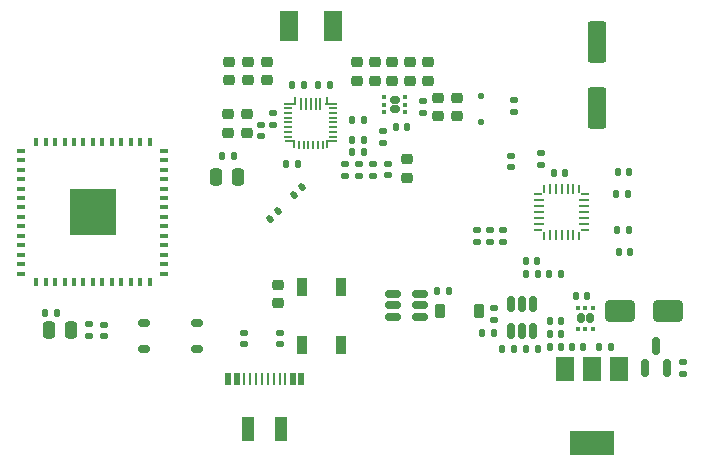
<source format=gbr>
%TF.GenerationSoftware,KiCad,Pcbnew,7.0.6*%
%TF.CreationDate,2024-03-18T22:21:06-04:00*%
%TF.ProjectId,Receiver,52656365-6976-4657-922e-6b696361645f,rev?*%
%TF.SameCoordinates,Original*%
%TF.FileFunction,Paste,Top*%
%TF.FilePolarity,Positive*%
%FSLAX46Y46*%
G04 Gerber Fmt 4.6, Leading zero omitted, Abs format (unit mm)*
G04 Created by KiCad (PCBNEW 7.0.6) date 2024-03-18 22:21:06*
%MOMM*%
%LPD*%
G01*
G04 APERTURE LIST*
G04 Aperture macros list*
%AMRoundRect*
0 Rectangle with rounded corners*
0 $1 Rounding radius*
0 $2 $3 $4 $5 $6 $7 $8 $9 X,Y pos of 4 corners*
0 Add a 4 corners polygon primitive as box body*
4,1,4,$2,$3,$4,$5,$6,$7,$8,$9,$2,$3,0*
0 Add four circle primitives for the rounded corners*
1,1,$1+$1,$2,$3*
1,1,$1+$1,$4,$5*
1,1,$1+$1,$6,$7*
1,1,$1+$1,$8,$9*
0 Add four rect primitives between the rounded corners*
20,1,$1+$1,$2,$3,$4,$5,0*
20,1,$1+$1,$4,$5,$6,$7,0*
20,1,$1+$1,$6,$7,$8,$9,0*
20,1,$1+$1,$8,$9,$2,$3,0*%
%AMFreePoly0*
4,1,14,0.230680,0.111820,0.364320,-0.021821,0.377500,-0.053642,0.377500,-0.080000,0.364320,-0.111820,0.332500,-0.125000,-0.332500,-0.125000,-0.364320,-0.111820,-0.377500,-0.080000,-0.377500,0.080000,-0.364320,0.111820,-0.332500,0.125000,0.198860,0.125000,0.230680,0.111820,0.230680,0.111820,$1*%
%AMFreePoly1*
4,1,14,0.364320,0.111820,0.377500,0.080000,0.377501,0.053640,0.364318,0.021819,0.230680,-0.111820,0.198860,-0.125000,-0.332500,-0.125000,-0.364320,-0.111820,-0.377500,-0.080000,-0.377500,0.080000,-0.364320,0.111820,-0.332500,0.125000,0.332500,0.125000,0.364320,0.111820,0.364320,0.111820,$1*%
%AMFreePoly2*
4,1,15,0.053642,0.377500,0.080000,0.377500,0.111820,0.364320,0.125000,0.332500,0.125000,-0.332500,0.111820,-0.364320,0.080000,-0.377500,-0.080000,-0.377500,-0.111820,-0.364320,-0.125000,-0.332500,-0.125000,0.198860,-0.111820,0.230680,0.021820,0.364320,0.053640,0.377501,0.053642,0.377500,0.053642,0.377500,$1*%
%AMFreePoly3*
4,1,14,-0.021820,0.364320,0.111820,0.230679,0.125001,0.198860,0.125000,-0.332500,0.111820,-0.364320,0.080000,-0.377500,-0.080000,-0.377500,-0.111820,-0.364320,-0.125000,-0.332500,-0.125000,0.332500,-0.111820,0.364320,-0.080000,0.377500,-0.053640,0.377500,-0.021820,0.364320,-0.021820,0.364320,$1*%
%AMFreePoly4*
4,1,14,0.364320,0.111820,0.377500,0.080000,0.377500,-0.080000,0.364320,-0.111820,0.332500,-0.125000,-0.198860,-0.125001,-0.230680,-0.111818,-0.364320,0.021820,-0.377500,0.053640,-0.377500,0.080000,-0.364320,0.111820,-0.332500,0.125000,0.332500,0.125000,0.364320,0.111820,0.364320,0.111820,$1*%
%AMFreePoly5*
4,1,15,-0.198858,0.125000,0.332500,0.125000,0.364320,0.111820,0.377500,0.080000,0.377500,-0.080000,0.364320,-0.111820,0.332500,-0.125000,-0.332500,-0.125000,-0.364320,-0.111820,-0.377500,-0.080000,-0.377500,-0.053640,-0.364320,-0.021820,-0.230680,0.111820,-0.198860,0.125001,-0.198858,0.125000,-0.198858,0.125000,$1*%
%AMFreePoly6*
4,1,14,0.111820,0.364320,0.125000,0.332500,0.125001,-0.198860,0.111818,-0.230680,-0.021820,-0.364320,-0.053640,-0.377500,-0.080000,-0.377500,-0.111820,-0.364320,-0.125000,-0.332500,-0.125000,0.332500,-0.111820,0.364320,-0.080000,0.377500,0.080000,0.377500,0.111820,0.364320,0.111820,0.364320,$1*%
%AMFreePoly7*
4,1,14,0.111820,0.364320,0.125000,0.332500,0.125000,-0.332500,0.111820,-0.364320,0.080000,-0.377500,0.053640,-0.377501,0.021819,-0.364318,-0.111820,-0.230680,-0.125000,-0.198860,-0.125000,0.332500,-0.111820,0.364320,-0.080000,0.377500,0.080000,0.377500,0.111820,0.364320,0.111820,0.364320,$1*%
G04 Aperture macros list end*
%ADD10RoundRect,0.050000X-0.425000X-0.050000X0.425000X-0.050000X0.425000X0.050000X-0.425000X0.050000X0*%
%ADD11RoundRect,0.050000X-0.050000X-0.300000X0.050000X-0.300000X0.050000X0.300000X-0.050000X0.300000X0*%
%ADD12RoundRect,0.050000X-0.250000X-0.050000X0.250000X-0.050000X0.250000X0.050000X-0.250000X0.050000X0*%
%ADD13RoundRect,0.050000X-0.400000X-0.050000X0.400000X-0.050000X0.400000X0.050000X-0.400000X0.050000X0*%
%ADD14RoundRect,0.050000X-0.050000X-0.250000X0.050000X-0.250000X0.050000X0.250000X-0.050000X0.250000X0*%
%ADD15RoundRect,0.050000X0.050000X-0.300000X0.050000X0.300000X-0.050000X0.300000X-0.050000X-0.300000X0*%
%ADD16RoundRect,0.050000X-0.300000X-0.050000X0.300000X-0.050000X0.300000X0.050000X-0.300000X0.050000X0*%
%ADD17RoundRect,0.050000X-0.275000X-0.050000X0.275000X-0.050000X0.275000X0.050000X-0.275000X0.050000X0*%
%ADD18RoundRect,0.050000X-0.290000X-0.050000X0.290000X-0.050000X0.290000X0.050000X-0.290000X0.050000X0*%
%ADD19RoundRect,0.050000X-0.050000X-0.450000X0.050000X-0.450000X0.050000X0.450000X-0.050000X0.450000X0*%
%ADD20RoundRect,0.135000X0.135000X0.185000X-0.135000X0.185000X-0.135000X-0.185000X0.135000X-0.185000X0*%
%ADD21R,0.900000X1.500000*%
%ADD22RoundRect,0.225000X0.250000X-0.225000X0.250000X0.225000X-0.250000X0.225000X-0.250000X-0.225000X0*%
%ADD23RoundRect,0.225000X-0.225000X-0.375000X0.225000X-0.375000X0.225000X0.375000X-0.225000X0.375000X0*%
%ADD24RoundRect,0.250000X-1.000000X-0.650000X1.000000X-0.650000X1.000000X0.650000X-1.000000X0.650000X0*%
%ADD25RoundRect,0.135000X-0.135000X-0.185000X0.135000X-0.185000X0.135000X0.185000X-0.135000X0.185000X0*%
%ADD26RoundRect,0.140000X0.170000X-0.140000X0.170000X0.140000X-0.170000X0.140000X-0.170000X-0.140000X0*%
%ADD27RoundRect,0.140000X0.140000X0.170000X-0.140000X0.170000X-0.140000X-0.170000X0.140000X-0.170000X0*%
%ADD28RoundRect,0.250000X-0.550000X1.500000X-0.550000X-1.500000X0.550000X-1.500000X0.550000X1.500000X0*%
%ADD29RoundRect,0.135000X-0.185000X0.135000X-0.185000X-0.135000X0.185000X-0.135000X0.185000X0.135000X0*%
%ADD30R,1.500000X2.500000*%
%ADD31RoundRect,0.160000X0.160000X-0.245000X0.160000X0.245000X-0.160000X0.245000X-0.160000X-0.245000X0*%
%ADD32RoundRect,0.093750X0.106250X-0.093750X0.106250X0.093750X-0.106250X0.093750X-0.106250X-0.093750X0*%
%ADD33RoundRect,0.140000X-0.140000X-0.170000X0.140000X-0.170000X0.140000X0.170000X-0.140000X0.170000X0*%
%ADD34RoundRect,0.150000X0.150000X-0.512500X0.150000X0.512500X-0.150000X0.512500X-0.150000X-0.512500X0*%
%ADD35RoundRect,0.160000X-0.245000X-0.160000X0.245000X-0.160000X0.245000X0.160000X-0.245000X0.160000X0*%
%ADD36RoundRect,0.093750X-0.093750X-0.106250X0.093750X-0.106250X0.093750X0.106250X-0.093750X0.106250X0*%
%ADD37RoundRect,0.225000X-0.250000X0.225000X-0.250000X-0.225000X0.250000X-0.225000X0.250000X0.225000X0*%
%ADD38RoundRect,0.140000X-0.170000X0.140000X-0.170000X-0.140000X0.170000X-0.140000X0.170000X0.140000X0*%
%ADD39R,0.400000X0.800000*%
%ADD40R,0.800000X0.400000*%
%ADD41R,4.000000X4.000000*%
%ADD42RoundRect,0.218750X0.256250X-0.218750X0.256250X0.218750X-0.256250X0.218750X-0.256250X-0.218750X0*%
%ADD43RoundRect,0.140000X0.021213X-0.219203X0.219203X-0.021213X-0.021213X0.219203X-0.219203X0.021213X0*%
%ADD44RoundRect,0.135000X0.185000X-0.135000X0.185000X0.135000X-0.185000X0.135000X-0.185000X-0.135000X0*%
%ADD45RoundRect,0.140000X-0.021213X0.219203X-0.219203X0.021213X0.021213X-0.219203X0.219203X-0.021213X0*%
%ADD46RoundRect,0.250000X0.250000X0.475000X-0.250000X0.475000X-0.250000X-0.475000X0.250000X-0.475000X0*%
%ADD47RoundRect,0.150000X0.150000X-0.587500X0.150000X0.587500X-0.150000X0.587500X-0.150000X-0.587500X0*%
%ADD48RoundRect,0.125000X-0.125000X0.125000X-0.125000X-0.125000X0.125000X-0.125000X0.125000X0.125000X0*%
%ADD49R,1.500000X2.000000*%
%ADD50R,3.800000X2.000000*%
%ADD51R,1.000000X2.000000*%
%ADD52R,0.520000X1.000000*%
%ADD53R,0.270000X1.000000*%
%ADD54FreePoly0,270.000000*%
%ADD55RoundRect,0.062500X-0.062500X0.375000X-0.062500X-0.375000X0.062500X-0.375000X0.062500X0.375000X0*%
%ADD56FreePoly1,270.000000*%
%ADD57FreePoly2,270.000000*%
%ADD58RoundRect,0.062500X-0.375000X0.062500X-0.375000X-0.062500X0.375000X-0.062500X0.375000X0.062500X0*%
%ADD59FreePoly3,270.000000*%
%ADD60FreePoly4,270.000000*%
%ADD61FreePoly5,270.000000*%
%ADD62FreePoly6,270.000000*%
%ADD63FreePoly7,270.000000*%
%ADD64RoundRect,0.175000X0.325000X0.175000X-0.325000X0.175000X-0.325000X-0.175000X0.325000X-0.175000X0*%
%ADD65RoundRect,0.150000X0.512500X0.150000X-0.512500X0.150000X-0.512500X-0.150000X0.512500X-0.150000X0*%
G04 APERTURE END LIST*
D10*
%TO.C,BQ25792RQMR1*%
X146775000Y-90800000D03*
D11*
X147150000Y-90550000D03*
D12*
X146600000Y-91200000D03*
X146600000Y-91600000D03*
X146600000Y-92000000D03*
X146600000Y-92400000D03*
X146600000Y-92800000D03*
X146600000Y-93200000D03*
X146600000Y-93600000D03*
D13*
X146750000Y-94000000D03*
D11*
X147100000Y-94250000D03*
D14*
X147500000Y-94300000D03*
X147900000Y-94300000D03*
X148300000Y-94300000D03*
X148700000Y-94300000D03*
X149100000Y-94300000D03*
X149500000Y-94300000D03*
D15*
X149900000Y-94250000D03*
D13*
X150250000Y-94000000D03*
D16*
X150350000Y-93600000D03*
D17*
X150375000Y-93200000D03*
D18*
X150362500Y-92800000D03*
D12*
X150400000Y-92400000D03*
X150400000Y-92000000D03*
X150400000Y-91600000D03*
X150400000Y-91200000D03*
D11*
X149850000Y-90550000D03*
D10*
X150225000Y-90800000D03*
D19*
X149300000Y-90800000D03*
X148900000Y-90800000D03*
X148500000Y-90800000D03*
X148100000Y-90800000D03*
X147700000Y-90800000D03*
%TD*%
D20*
%TO.C,R7*%
X165710000Y-111600000D03*
X164690000Y-111600000D03*
%TD*%
D21*
%TO.C,D4*%
X147750000Y-106350000D03*
X151050000Y-106350000D03*
X151050000Y-111250000D03*
X147750000Y-111250000D03*
%TD*%
D22*
%TO.C,C14*%
X156900000Y-88875000D03*
X156900000Y-87325000D03*
%TD*%
D23*
%TO.C,D3*%
X159450000Y-108400000D03*
X162750000Y-108400000D03*
%TD*%
D24*
%TO.C,D5*%
X174700000Y-108400000D03*
X178700000Y-108400000D03*
%TD*%
D22*
%TO.C,C11*%
X144800000Y-88850000D03*
X144800000Y-87300000D03*
%TD*%
D25*
%TO.C,R28*%
X174371617Y-98450000D03*
X175391617Y-98450000D03*
%TD*%
%TO.C,R5*%
X146390000Y-95900000D03*
X147410000Y-95900000D03*
%TD*%
D26*
%TO.C,R2*%
X142800000Y-111180000D03*
X142800000Y-110220000D03*
%TD*%
D27*
%TO.C,R21*%
X171880000Y-107100000D03*
X170920000Y-107100000D03*
%TD*%
%TO.C,C36*%
X170011617Y-96700000D03*
X169051617Y-96700000D03*
%TD*%
D28*
%TO.C,C30*%
X172700000Y-85600000D03*
X172700000Y-91200000D03*
%TD*%
D29*
%TO.C,R20*%
X152600000Y-95890000D03*
X152600000Y-96910000D03*
%TD*%
D30*
%TO.C,L1*%
X150350000Y-84200000D03*
X146650000Y-84200000D03*
%TD*%
D31*
%TO.C,U4*%
X171350000Y-108987500D03*
X172150000Y-108987500D03*
D32*
X171100000Y-109875000D03*
X171750000Y-109875000D03*
X172400000Y-109875000D03*
X172400000Y-108100000D03*
X171750000Y-108100000D03*
X171100000Y-108100000D03*
%TD*%
D20*
%TO.C,R4*%
X142030000Y-95210000D03*
X141010000Y-95210000D03*
%TD*%
D33*
%TO.C,C25*%
X170620000Y-111400000D03*
X171580000Y-111400000D03*
%TD*%
D34*
%TO.C,U1*%
X165450000Y-110037500D03*
X166400000Y-110037500D03*
X167350000Y-110037500D03*
X167350000Y-107762500D03*
X166400000Y-107762500D03*
X165450000Y-107762500D03*
%TD*%
D35*
%TO.C,U5*%
X155600000Y-90500000D03*
X155600000Y-91300000D03*
D36*
X154712500Y-90250000D03*
X154712500Y-90900000D03*
X154712500Y-91550000D03*
X156487500Y-91550000D03*
X156487500Y-90900000D03*
X156487500Y-90250000D03*
%TD*%
D33*
%TO.C,C29*%
X174501617Y-96600000D03*
X175461617Y-96600000D03*
%TD*%
D37*
%TO.C,C16*%
X159300000Y-90325000D03*
X159300000Y-91875000D03*
%TD*%
%TO.C,C18*%
X160900000Y-90325000D03*
X160900000Y-91875000D03*
%TD*%
D29*
%TO.C,R17*%
X153800000Y-95890000D03*
X153800000Y-96910000D03*
%TD*%
%TO.C,R13*%
X164000000Y-108090000D03*
X164000000Y-109110000D03*
%TD*%
D38*
%TO.C,C37*%
X167981617Y-95020000D03*
X167981617Y-95980000D03*
%TD*%
D27*
%TO.C,C23*%
X169680000Y-110300000D03*
X168720000Y-110300000D03*
%TD*%
D38*
%TO.C,R1*%
X155000000Y-95920000D03*
X155000000Y-96880000D03*
%TD*%
D29*
%TO.C,R32*%
X162581617Y-101490000D03*
X162581617Y-102510000D03*
%TD*%
D39*
%TO.C,IC1*%
X125250000Y-105900000D03*
X126050000Y-105900000D03*
X126850000Y-105900000D03*
X127650000Y-105900000D03*
X128450000Y-105900000D03*
X129250000Y-105900000D03*
X130050000Y-105900000D03*
X130850000Y-105900000D03*
X131650000Y-105900000D03*
X132450000Y-105900000D03*
X133250000Y-105900000D03*
X134050000Y-105900000D03*
X134850000Y-105900000D03*
D40*
X136100000Y-105200000D03*
X136100000Y-104400000D03*
X136100000Y-103600000D03*
X136100000Y-102800000D03*
X136100000Y-102000000D03*
X136100000Y-101200000D03*
X136100000Y-100400000D03*
X136100000Y-99600000D03*
X136100000Y-98800000D03*
X136100000Y-98000000D03*
X136100000Y-97200000D03*
X136100000Y-96400000D03*
X136100000Y-95600000D03*
X136100000Y-94800000D03*
D39*
X134850000Y-94100000D03*
X134050000Y-94100000D03*
X133250000Y-94100000D03*
X132450000Y-94100000D03*
X131650000Y-94100000D03*
X130850000Y-94100000D03*
X130050000Y-94100000D03*
X129250000Y-94100000D03*
X128450000Y-94100000D03*
X127650000Y-94100000D03*
X126850000Y-94100000D03*
X126050000Y-94100000D03*
X125250000Y-94100000D03*
D40*
X124000000Y-94800000D03*
X124000000Y-95600000D03*
X124000000Y-96400000D03*
X124000000Y-97200000D03*
X124000000Y-98000000D03*
X124000000Y-98800000D03*
X124000000Y-99600000D03*
X124000000Y-100400000D03*
X124000000Y-101200000D03*
X124000000Y-102000000D03*
X124000000Y-102800000D03*
X124000000Y-103600000D03*
X124000000Y-104400000D03*
X124000000Y-105200000D03*
D41*
X130050000Y-100000000D03*
%TD*%
D42*
%TO.C,D1*%
X156600000Y-97087500D03*
X156600000Y-95512500D03*
%TD*%
D43*
%TO.C,R24*%
X147060589Y-98539411D03*
X147739411Y-97860589D03*
%TD*%
D37*
%TO.C,C6*%
X141500000Y-91725000D03*
X141500000Y-93275000D03*
%TD*%
D44*
%TO.C,R26*%
X129750000Y-110510000D03*
X129750000Y-109490000D03*
%TD*%
D38*
%TO.C,C35*%
X165481617Y-95220000D03*
X165481617Y-96180000D03*
%TD*%
D45*
%TO.C,R25*%
X145739411Y-99860589D03*
X145060589Y-100539411D03*
%TD*%
D27*
%TO.C,C24*%
X169680000Y-109200000D03*
X168720000Y-109200000D03*
%TD*%
D20*
%TO.C,R8*%
X153010000Y-92200000D03*
X151990000Y-92200000D03*
%TD*%
D46*
%TO.C,C31*%
X128200000Y-110000000D03*
X126300000Y-110000000D03*
%TD*%
D44*
%TO.C,R14*%
X158000000Y-91610000D03*
X158000000Y-90590000D03*
%TD*%
D47*
%TO.C,Q1*%
X176750000Y-113175000D03*
X178650000Y-113175000D03*
X177700000Y-111300000D03*
%TD*%
D26*
%TO.C,C10*%
X144300000Y-93580000D03*
X144300000Y-92620000D03*
%TD*%
D29*
%TO.C,R19*%
X154600000Y-93090000D03*
X154600000Y-94110000D03*
%TD*%
D25*
%TO.C,R29*%
X166681617Y-105200000D03*
X167701617Y-105200000D03*
%TD*%
D37*
%TO.C,C3*%
X143100000Y-91725000D03*
X143100000Y-93275000D03*
%TD*%
D27*
%TO.C,C20*%
X156680000Y-92800000D03*
X155720000Y-92800000D03*
%TD*%
D22*
%TO.C,C19*%
X158400000Y-88875000D03*
X158400000Y-87325000D03*
%TD*%
D48*
%TO.C,D6*%
X162900000Y-90200000D03*
X162900000Y-92400000D03*
%TD*%
D49*
%TO.C,U6*%
X174600000Y-113250000D03*
X172300000Y-113250000D03*
X170000000Y-113250000D03*
D50*
X172300000Y-119550000D03*
%TD*%
D27*
%TO.C,C32*%
X126980000Y-108500000D03*
X126020000Y-108500000D03*
%TD*%
D22*
%TO.C,C13*%
X141600000Y-88850000D03*
X141600000Y-87300000D03*
%TD*%
D20*
%TO.C,R6*%
X167710000Y-111600000D03*
X166690000Y-111600000D03*
%TD*%
D22*
%TO.C,C15*%
X153900000Y-88875000D03*
X153900000Y-87325000D03*
%TD*%
D33*
%TO.C,C28*%
X174551617Y-103400000D03*
X175511617Y-103400000D03*
%TD*%
D25*
%TO.C,R27*%
X174421617Y-101550000D03*
X175441617Y-101550000D03*
%TD*%
D27*
%TO.C,C22*%
X169680000Y-111400000D03*
X168720000Y-111400000D03*
%TD*%
D51*
%TO.C,J1*%
X143200000Y-118350000D03*
X146000000Y-118350000D03*
D52*
X141500000Y-114150000D03*
X142250000Y-114150000D03*
D53*
X142850000Y-114150000D03*
X144350000Y-114150000D03*
X145350000Y-114150000D03*
X146350000Y-114150000D03*
D52*
X146950000Y-114150000D03*
X147700000Y-114150000D03*
X147700000Y-114150000D03*
X146950000Y-114150000D03*
D53*
X145850000Y-114150000D03*
X144850000Y-114150000D03*
X143850000Y-114150000D03*
X143350000Y-114150000D03*
D52*
X142250000Y-114150000D03*
X141500000Y-114150000D03*
%TD*%
D38*
%TO.C,C34*%
X131000000Y-109520000D03*
X131000000Y-110480000D03*
%TD*%
D33*
%TO.C,C27*%
X172920000Y-111400000D03*
X173880000Y-111400000D03*
%TD*%
%TO.C,C8*%
X146920000Y-89200000D03*
X147880000Y-89200000D03*
%TD*%
D54*
%TO.C,A1*%
X171231617Y-98002500D03*
D55*
X170731617Y-98062500D03*
X170231617Y-98062500D03*
X169731617Y-98062500D03*
X169231617Y-98062500D03*
X168731617Y-98062500D03*
D56*
X168231617Y-98002500D03*
D57*
X167734117Y-98500000D03*
D58*
X167794117Y-99000000D03*
X167794117Y-99500000D03*
X167794117Y-100000000D03*
X167794117Y-100500000D03*
X167794117Y-101000000D03*
D59*
X167734117Y-101500000D03*
D60*
X168231617Y-101997500D03*
D55*
X168731617Y-101937500D03*
X169231617Y-101937500D03*
X169731617Y-101937500D03*
X170231617Y-101937500D03*
X170731617Y-101937500D03*
D61*
X171231617Y-101997500D03*
D62*
X171729117Y-101500000D03*
D58*
X171669117Y-101000000D03*
X171669117Y-100500000D03*
X171669117Y-100000000D03*
X171669117Y-99500000D03*
X171669117Y-99000000D03*
D63*
X171729117Y-98500000D03*
%TD*%
D33*
%TO.C,C33*%
X166701617Y-104100000D03*
X167661617Y-104100000D03*
%TD*%
D20*
%TO.C,R10*%
X164010000Y-110200000D03*
X162990000Y-110200000D03*
%TD*%
D25*
%TO.C,R30*%
X168671617Y-105200000D03*
X169691617Y-105200000D03*
%TD*%
D22*
%TO.C,C9*%
X143200000Y-88850000D03*
X143200000Y-87300000D03*
%TD*%
D29*
%TO.C,R18*%
X151400000Y-95890000D03*
X151400000Y-96910000D03*
%TD*%
D38*
%TO.C,C26*%
X165700000Y-90520000D03*
X165700000Y-91480000D03*
%TD*%
D25*
%TO.C,R22*%
X151990000Y-93900000D03*
X153010000Y-93900000D03*
%TD*%
D46*
%TO.C,D2*%
X142350000Y-97000000D03*
X140450000Y-97000000D03*
%TD*%
D20*
%TO.C,R12*%
X160210000Y-106700000D03*
X159190000Y-106700000D03*
%TD*%
D44*
%TO.C,R31*%
X163681617Y-102500000D03*
X163681617Y-101480000D03*
%TD*%
D64*
%TO.C,SW1*%
X138850000Y-111575000D03*
X134350000Y-111575000D03*
X138850000Y-109425000D03*
X134350000Y-109425000D03*
%TD*%
D38*
%TO.C,R15*%
X180000000Y-112720000D03*
X180000000Y-113680000D03*
%TD*%
%TO.C,C2*%
X145300000Y-91620000D03*
X145300000Y-92580000D03*
%TD*%
D44*
%TO.C,R23*%
X164781617Y-102510000D03*
X164781617Y-101490000D03*
%TD*%
D22*
%TO.C,C7*%
X145700000Y-107675000D03*
X145700000Y-106125000D03*
%TD*%
D65*
%TO.C,U2*%
X157737500Y-108850000D03*
X157737500Y-107900000D03*
X157737500Y-106950000D03*
X155462500Y-106950000D03*
X155462500Y-107900000D03*
X155462500Y-108850000D03*
%TD*%
D22*
%TO.C,C17*%
X152400000Y-88875000D03*
X152400000Y-87325000D03*
%TD*%
D27*
%TO.C,C12*%
X150080000Y-89200000D03*
X149120000Y-89200000D03*
%TD*%
D22*
%TO.C,C21*%
X155400000Y-88875000D03*
X155400000Y-87325000D03*
%TD*%
D25*
%TO.C,R16*%
X151990000Y-94900000D03*
X153010000Y-94900000D03*
%TD*%
D26*
%TO.C,R3*%
X145900000Y-111180000D03*
X145900000Y-110220000D03*
%TD*%
M02*

</source>
